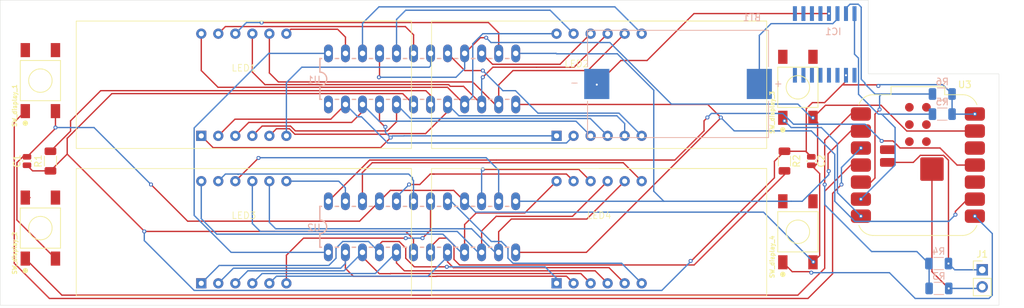
<source format=kicad_pcb>
(kicad_pcb (version 20240108) (generator "pcbnew") (generator_version "8.0")
  (layers (0 "F.Cu" signal) (31 "B.Cu" signal) (34 "B.Paste" user) (35 "F.Paste" user) (36 "B.SilkS" user "B.Silkscreen") (37 "F.SilkS" user "F.Silkscreen") (38 "B.Mask" user) (39 "F.Mask" user) (44 "Edge.Cuts" user))
  (net 0 "")
  (net 1 "VCC")
  (net 2 "GND")
  (net 3 "Net-(U2-ISET)")
  (net 4 "/driver_0_digit_0")
  (net 5 "/driver_0_digit_3")
  (net 6 "/driver_0_seg_a")
  (net 7 "/driver_0_digit_1")
  (net 8 "/driver_0_seg_d")
  (net 9 "/driver_0_seg_e")
  (net 10 "/driver_0_digit_2")
  (net 11 "/driver_0_seg_c")
  (net 12 "/driver_0_seg_dp")
  (net 13 "/driver_0_seg_f")
  (net 14 "/driver_0_seg_g")
  (net 15 "/driver_0_seg_b")
  (net 16 "/driver_0_digit_4")
  (net 17 "/driver_0_digit_5")
  (net 18 "/driver_0_digit_6")
  (net 19 "/driver_0_digit_7")
  (net 20 "/driver_1_seg_d")
  (net 21 "/driver_1_seg_dp")
  (net 22 "/driver_1_digit_3")
  (net 23 "/driver_1_seg_a")
  (net 24 "/driver_1_seg_g")
  (net 25 "/driver_1_digit_2")
  (net 26 "/driver_1_seg_c")
  (net 27 "/driver_1_seg_f")
  (net 28 "/driver_1_seg_b")
  (net 29 "/driver_1_digit_1")
  (net 30 "/driver_1_seg_e")
  (net 31 "/driver_1_digit_0")
  (net 32 "/driver_1_digit_5")
  (net 33 "/driver_1_digit_7")
  (net 34 "/driver_1_digit_6")
  (net 35 "/driver_1_digit_4")
  (net 36 "Net-(U1-ISET)")
  (net 37 "/driver_clock")
  (net 39 "Net-(U1-DIN)")
  (net 40 "/driver_load")
  (net 41 "/driver_input")
  (net 42 "/SW_1")
  (net 44 "Net-(IC1-GND)")
  (net 47 "Net-(IC1-VBAT)")
  (net 53 "/SW_2")
  (net 63 "/SW_3")
  (net 65 "/SW_4")
  (net 66 "/SDL")
  (net 72 "/SDA")
  (net 73 "/Battery_-")
  (net 74 "/Battery_+")
  (net 75 "/Battery_voltage")
  (net 77 "unconnected-(SW_display_2-Pad2)")
  (footprint "footprint_lib:TE_4-1437565-9" (layer "F.Cu") (at 144 111.55 90)
    (property "Reference" "SW_display_4")
    (property "Value" "4-1437565-9")
  )
  (footprint "footprint_lib:SR410561N" (layer "F.Cu") (at 61.35 89.62)
    (property "Reference" "LED1")
    (property "Value" "SR410561N/32")
  )
  (footprint "footprint_lib:SR410561N" (layer "F.Cu") (at 61.35 111.62)
    (property "Reference" "LED3")
    (property "Value" "SR410561N/32")
  )
  (footprint "RF_Module:MCU_Seeed_ESP32C3" (layer "F.Cu") (at 161.9 101.6)
    (property "Reference" "U3")
    (property "Value" "XIAO ESP32C3")
  )
  (footprint "Resistor_SMD:R_1206_3216Metric" (layer "F.Cu") (at 142 101 -90)
    (property "Reference" "R2")
    (property "Value" "9.83k")
  )
  (footprint "footprint_lib:TE_4-1437565-9" (layer "F.Cu") (at 31 111 90)
    (property "Reference" "SW_display_2")
    (property "Value" "4-1437565-9")
  )
  (footprint "footprint_lib:SR410561N" (layer "F.Cu") (at 114.35 89.62)
    (property "Reference" "LED2")
    (property "Value" "SR410561N/32")
  )
  (footprint "Connector_PinHeader_2.54mm:PinHeader_1x02_P2.54mm_Vertical" (layer "F.Cu") (at 171.5 117.225)
    (property "Reference" "J1")
    (property "Value" "Conn_01x02_Pin")
  )
  (footprint "footprint_lib:TE_4-1437565-9" (layer "F.Cu") (at 31 89 90)
    (property "Reference" "SW_display_1")
    (property "Value" "4-1437565-9")
  )
  (footprint "Resistor_SMD:R_1206_3216Metric" (layer "F.Cu") (at 32.5 101 90)
    (property "Reference" "R1")
    (property "Value" "9.83k")
  )
  (footprint "Capacitor_SMD:C_0504_1310Metric_Pad0.83x1.28mm_HandSolder" (layer "F.Cu") (at 29 101 90)
    (property "Reference" "C1")
    (property "Value" "C")
  )
  (footprint "footprint_lib:SR410561N" (layer "F.Cu") (at 114.35 111.62)
    (property "Reference" "LED4")
    (property "Value" "SR410561N/32")
  )
  (footprint "Capacitor_SMD:C_0504_1310Metric_Pad0.83x1.28mm_HandSolder" (layer "F.Cu") (at 146 101 -90)
    (property "Reference" "C2")
    (property "Value" "C")
  )
  (footprint "footprint_lib:TE_4-1437565-9" (layer "F.Cu") (at 144 90 90)
    (property "Reference" "SW_display_3")
    (property "Value" "4-1437565-9")
  )
  (footprint "cr2032 holder:BAT_BAT-HLD-010-SMT-TR" (layer "B.Cu") (at 126.125 89.5 180)
    (property "Reference" "BT1")
    (property "Value" "BAT-HLD-010-SMT-TR")
  )
  (footprint "DS3231:SO16W" (layer "B.Cu") (at 148 83.6 180)
    (property "Reference" "IC1")
    (property "Value" "DS3231")
  )
  (footprint "Resistor_SMD:R_1206_3216Metric" (layer "B.Cu") (at 165.5375 91 180)
    (property "Reference" "R6")
    (property "Value" "10k")
  )
  (footprint "Resistor_SMD:R_1206_3216Metric" (layer "B.Cu") (at 165.0375 120 180)
    (property "Reference" "R3")
    (property "Value" "220k")
  )
  (footprint "footprint_lib:MAX7219" (layer "B.Cu") (at 87.93 110.81)
    (property "Reference" "U2")
    (property "Value" "max7219cng")
  )
  (footprint "Resistor_SMD:R_1206_3216Metric" (layer "B.Cu") (at 165.5375 94 180)
    (property "Reference" "R5")
    (property "Value" "10k")
  )
  (footprint "Resistor_SMD:R_1206_3216Metric" (layer "B.Cu") (at 165 116.29 180)
    (property "Reference" "R4")
    (property "Value" "220k")
  )
  (footprint "footprint_lib:MAX7219" (layer "B.Cu") (at 87.94 88.75)
    (property "Reference" "U1")
    (property "Value" "max7219cng")
  )
  (gr_poly (pts (xy 174 88) (xy 154.5 88) (xy 154.5 77) (xy 25 77) (xy 25 122.5) (xy 174 122.5)) (stroke (width 0.05)) (fill none) (layer "Edge.Cuts"))
  (segment (start 128.5 115.5) (end 128.1 115.9) (width 0.2) (layer "F.Cu") (net 1))
  (segment (start 145.25 99.6225) (end 145.25 93.2) (width 0.2) (layer "F.Cu") (net 1))
  (segment (start 85.0492 90.9392) (end 41.663985 90.9392) (width 0.2) (layer "F.Cu") (net 1))
  (segment (start 146 100.3725) (end 145.165 99.5375) (width 0.2) (layer "F.Cu") (net 1))
  (segment (start 155.832843 89.632843) (end 156 89.8) (width 0.2) (layer "F.Cu") (net 1))
  (segment (start 32.5 102.4625) (end 29.835 102.4625) (width 0.2) (layer "F.Cu") (net 1))
  (segment (start 142 99.5375) (end 140.5 101.0375) (width 0.2) (layer "F.Cu") (net 1))
  (segment (start 128.1 115.9) (end 128 115.9) (width 0.2) (layer "F.Cu") (net 1))
  (segment (start 35 99.9625) (end 32.5 102.4625) (width 0.2) (layer "F.Cu") (net 1))
  (segment (start 147.985686 92.28) (end 150.632843 89.632843) (width 0.2) (layer "F.Cu") (net 1))
  (segment (start 145.165 99.5375) (end 142 99.5375) (width 0.2) (layer "F.Cu") (net 1))
  (segment (start 146 100.3725) (end 145.25 99.6225) (width 0.2) (layer "F.Cu") (net 1))
  (segment (start 140.5 101.0375) (end 140.5 103.5) (width 0.2) (layer "F.Cu") (net 1))
  (segment (start 35.051593 97.551593) (end 35 97.603186) (width 0.2) (layer "F.Cu") (net 1))
  (segment (start 146.17 92.28) (end 147.985686 92.28) (width 0.2) (layer "F.Cu") (net 1))
  (segment (start 150.632843 89.632843) (end 155.832843 89.632843) (width 0.2) (layer "F.Cu") (net 1))
  (segment (start 86.66 112.66) (end 86.66 114.62) (width 0.2) (layer "F.Cu") (net 1))
  (segment (start 35 97.603186) (end 35 99.9625) (width 0.2) (layer "F.Cu") (net 1))
  (segment (start 145.25 93.2) (end 146.17 92.28) (width 0.2) (layer "F.Cu") (net 1))
  (segment (start 150.632843 89.632843) (end 151.175 89.090686) (width 0.2) (layer "F.Cu") (net 1))
  (segment (start 35.665685 96.9375) (end 35.051593 97.551593) (width 0.2) (layer "F.Cu") (net 1))
  (segment (start 41.663985 90.9392) (end 35.665685 96.9375) (width 0.2) (layer "F.Cu") (net 1))
  (segment (start 29.835 102.4625) (end 29 101.6275) (width 0.2) (layer "F.Cu") (net 1))
  (segment (start 46.5375 111.5) (end 85.5 111.5) (width 0.2) (layer "F.Cu") (net 1))
  (segment (start 35 99.9625) (end 46.5375 111.5) (width 0.2) (layer "F.Cu") (net 1))
  (segment (start 85.5 111.5) (end 86.66 112.66) (width 0.2) (layer "F.Cu") (net 1))
  (segment (start 140.5 103.5) (end 128.5 115.5) (width 0.2) (layer "F.Cu") (net 1))
  (segment (start 86.67 92.56) (end 85.0492 90.9392) (width 0.2) (layer "F.Cu") (net 1))
  (segment (start 151.175 89.090686) (end 151.175 88.2) (width 0.2) (layer "F.Cu") (net 1))
  (via (at 46.5 111.5) (size 0.6) (drill 0.3) (layers "F.Cu" "B.Cu") (net 1))
  (via (at 151.175 88.2) (size 0.6) (drill 0.3) (layers "F.Cu" "B.Cu") (net 1))
  (via (at 170.4 93.98) (size 0.6) (drill 0.3) (layers "F.Cu" "B.Cu") (net 1))
  (via (at 156 89.8) (size 0.6) (drill 0.3) (layers "F.Cu" "B.Cu") (net 1))
  (via (at 128 115.9) (size 0.6) (drill 0.3) (layers "F.Cu" "B.Cu") (net 1))
  (segment (start 167 91) (end 167 94) (width 0.2) (layer "B.Cu") (net 1))
  (segment (start 46.5 112.864) (end 46.5 111.5) (width 0.2) (layer "B.Cu") (net 1))
  (segment (start 170.38 94) (end 170.4 93.98) (width 0.2) (layer "B.Cu") (net 1))
  (segment (start 156 89.6) (end 156 89.8) (width 0.2) (layer "B.Cu") (net 1))
  (segment (start 128 116) (end 123.698 120.302) (width 0.2) (layer "B.Cu") (net 1))
  (segment (start 123.698 120.302) (end 53.938 120.302) (width 0.2) (layer "B.Cu") (net 1))
  (segment (start 167 91) (end 165.6 89.6) (width 0.2) (layer "B.Cu") (net 1))
  (segment (start 167 94) (end 170.38 94) (width 0.2) (layer "B.Cu") (net 1))
  (segment (start 165.6 89.6) (end 156 89.6) (width 0.2) (layer "B.Cu") (net 1))
  (segment (start 53.938 120.302) (end 46.5 112.864) (width 0.2) (layer "B.Cu") (net 1))
  (segment (start 128 115.9) (end 128 116) (width 0.2) (layer "B.Cu") (net 1))
  (segment (start 146.94 101.3275) (end 146.64 101.6275) (width 0.2) (layer "F.Cu") (net 2))
  (segment (start 147.25 115.1) (end 146.25 116.1) (width 0.2) (layer "F.Cu") (net 2))
  (segment (start 29 100.3725) (end 28.36 100.3725) (width 0.2) (layer "F.Cu") (net 2))
  (segment (start 96.63 82.6) (end 94.29 84.94) (width 0.2) (layer "F.Cu") (net 2))
  (segment (start 146.25 116.1) (end 146.3 116.05) (width 0.2) (layer "F.Cu") (net 2))
  (segment (start 28.36 100.3725) (end 27.5 101.2325) (width 0.2) (layer "F.Cu") (net 2))
  (segment (start 81.58 107) (end 78.612843 109.967157) (width 0.2) (layer "F.Cu") (net 2))
  (segment (start 33.25 96) (end 33.25 93.55) (width 0.2) (layer "F.Cu") (net 2))
  (segment (start 146.64 101.6275) (end 146 101.6275) (width 0.2) (layer "F.Cu") (net 2))
  (segment (start 146 101.6275) (end 147.25 102.8775) (width 0.2) (layer "F.Cu") (net 2))
  (segment (start 148.12 92.68) (end 156.406497 92.68) (width 0.2) (layer "F.Cu") (net 2))
  (segment (start 81.5 88.5) (end 81.59 88.41) (width 0.2) (layer "F.Cu") (net 2))
  (segment (start 29 100.3725) (end 33.25 96.1225) (width 0.2) (layer "F.Cu") (net 2))
  (segment (start 52.967157 109.967157) (end 47.5 104.5) (width 0.2) (layer "F.Cu") (net 2))
  (segment (start 81.59 88.41) (end 81.59 84.94) (width 0.2) (layer "F.Cu") (net 2))
  (segment (start 33.25 96.1225) (end 33.25 96) (width 0.2) (layer "F.Cu") (net 2))
  (segment (start 146.25 94.55) (end 146.94 95.24) (width 0.2) (layer "F.Cu") (net 2))
  (segment (start 146.25 94.55) (end 148.12 92.68) (width 0.2) (layer "F.Cu") (net 2))
  (segment (start 146.94 95.24) (end 146.94 101.3275) (width 0.2) (layer "F.Cu") (net 2))
  (segment (start 78.612843 109.967157) (end 52.967157 109.967157) (width 0.2) (layer "F.Cu") (net 2))
  (segment (start 81.58 107) (end 83.2008 105.3792) (width 0.2) (layer "F.Cu") (net 2))
  (segment (start 27.5 101.2325) (end 27.5 109.8) (width 0.2) (layer "F.Cu") (net 2))
  (segment (start 160.246497 96.52) (end 170.4 96.52) (width 0.2) (layer "F.Cu") (net 2))
  (segment (start 97.5 82.6) (end 96.63 82.6) (width 0.2) (layer "F.Cu") (net 2))
  (segment (start 27.5 109.8) (end 33.25 115.55) (width 0.2) (layer "F.Cu") (net 2))
  (segment (start 92.6592 105.3792) (end 94.28 107) (width 0.2) (layer "F.Cu") (net 2))
  (segment (start 83.2008 105.3792) (end 92.6592 105.3792) (width 0.2) (layer "F.Cu") (net 2))
  (segment (start 156.406497 92.68) (end 160.246497 96.52) (width 0.2) (layer "F.Cu") (net 2))
  (segment (start 147.25 102.8775) (end 147.25 115.1) (width 0.2) (layer "F.Cu") (net 2))
  (via (at 81.5 88.5) (size 0.6) (drill 0.3) (layers "F.Cu" "B.Cu") (net 2))
  (via (at 146.3 116.05) (size 0.6) (drill 0.3) (layers "F.Cu" "B.Cu") (net 2))
  (via (at 97.5 82.6) (size 0.6) (drill 0.3) (layers "F.Cu" "B.Cu") (net 2))
  (via (at 47.5 104.5) (size 0.6) (drill 0.3) (layers "F.Cu" "B.Cu") (net 2))
  (via (at 146.25 94.55) (size 0.6) (drill 0.3) (layers "F.Cu" "B.Cu") (net 2))
  (via (at 33.25 96) (size 0.6) (drill 0.3) (layers "F.Cu" "B.Cu") (net 2))
  (segment (start 94.28 107) (end 95.9008 108.6208) (width 0.2) (layer "B.Cu") (net 2))
  (segment (start 93 88.5) (end 81.5 88.5) (width 0.2) (layer "B.Cu") (net 2))
  (segment (start 94.29 87.21) (end 93 88.5) (width 0.2) (layer "B.Cu") (net 2))
  (segment (start 146.05 94.55) (end 144 92.5) (width 0.2) (layer "B.Cu") (net 2))
  (segment (start 144 92.5) (end 125.131372 92.5) (width 0.2) (layer "B.Cu") (net 2))
  (segment (start 95.9008 108.6208) (end 138.8708 108.6208) (width 0.2) (layer "B.Cu") (net 2))
  (segment (start 39 96) (end 47.5 104.5) (width 0.2) (layer "B.Cu") (net 2))
  (segment (start 125.131372 92.5) (end 115.950572 83.3192) (width 0.2) (layer "B.Cu") (net 2))
  (segment (start 146.25 94.55) (end 146.05 94.55) (width 0.2) (layer "B.Cu") (net 2))
  (segment (start 33.25 96) (end 39 96) (width 0.2) (layer "B.Cu") (net 2))
  (segment (start 98.2192 83.3192) (end 97.5 82.6) (width 0.2) (layer "B.Cu") (net 2))
  (segment (start 115.950572 83.3192) (end 98.2192 83.3192) (width 0.2) (layer "B.Cu") (net 2))
  (segment (start 94.29 84.94) (end 94.29 87.21) (width 0.2) (layer "B.Cu") (net 2))
  (segment (start 138.8708 108.6208) (end 146.3 116.05) (width 0.2) (layer "B.Cu") (net 2))
  (segment (start 92.7004 113.561789) (end 91.638611 112.5) (width 0.2) (layer "F.Cu") (net 3))
  (segment (start 91.638611 112.5) (end 90.5 112.5) (width 0.2) (layer "F.Cu") (net 3))
  (segment (start 128.525 116.5) (end 93.522189 116.5) (width 0.2) (layer "F.Cu") (net 3))
  (segment (start 93.522189 116.5) (end 92.7004 115.678211) (width 0.2) (layer "F.Cu") (net 3))
  (segment (start 89.2 113.8) (end 89.2 114.62) (width 0.2) (layer "F.Cu") (net 3))
  (segment (start 142 102.4625) (end 142 103.025) (width 0.2) (layer "F.Cu") (net 3))
  (segment (start 90.5 112.5) (end 89.2 113.8) (width 0.2) (layer "F.Cu") (net 3))
  (segment (start 92.7004 115.678211) (end 92.7004 113.561789) (width 0.2) (layer "F.Cu") (net 3))
  (segment (start 142 103.025) (end 128.525 116.5) (width 0.2) (layer "F.Cu") (net 3))
  (segment (start 68.362 81.338) (end 75.338 81.338) (width 0.2) (layer "F.Cu") (net 4))
  (segment (start 67.7 82) (end 68.362 81.338) (width 0.2) (layer "F.Cu") (net 4))
  (segment (start 75.338 81.338) (end 76.51 82.51) (width 0.2) (layer "F.Cu") (net 4))
  (segment (start 76.51 82.51) (end 76.51 84.94) (width 0.2) (layer "F.Cu") (net 4))
  (segment (start 89 87) (end 70 87) (width 0.2) (layer "B.Cu") (net 5))
  (segment (start 70 87) (end 67.7 89.3) (width 0.2) (layer "B.Cu") (net 5))
  (segment (start 89.21 84.94) (end 89.21 86.79) (width 0.2) (layer "B.Cu") (net 5))
  (segment (start 89.21 86.79) (end 89 87) (width 0.2) (layer "B.Cu") (net 5))
  (segment (start 67.7 89.3) (end 67.7 97.24) (width 0.2) (layer "B.Cu") (net 5))
  (segment (start 66.5 89.2) (end 95.488611 89.2) (width 0.2) (layer "F.Cu") (net 6))
  (segment (start 98.848611 92.56) (end 99.37 92.56) (width 0.2) (layer "F.Cu") (net 6))
  (segment (start 95.488611 89.2) (end 98.848611 92.56) (width 0.2) (layer "F.Cu") (net 6))
  (segment (start 99.37 89.63) (end 101.5 87.5) (width 0.2) (layer "F.Cu") (net 6))
  (segment (start 112.66 87.5) (end 118.16 82) (width 0.2) (layer "F.Cu") (net 6))
  (segment (start 101.5 87.5) (end 112.66 87.5) (width 0.2) (layer "F.Cu") (net 6))
  (segment (start 65.16 82) (end 65.16 87.86) (width 0.2) (layer "F.Cu") (net 6))
  (segment (start 65.16 87.86) (end 66.5 89.2) (width 0.2) (layer "F.Cu") (net 6))
  (segment (start 99.37 92.56) (end 99.37 89.63) (width 0.2) (layer "F.Cu") (net 6))
  (segment (start 99.37 81.87) (end 99.37 84.94) (width 0.2) (layer "F.Cu") (net 7))
  (segment (start 64 80.338) (end 97.838 80.338) (width 0.2) (layer "F.Cu") (net 7))
  (segment (start 97.838 80.338) (end 99.37 81.87) (width 0.2) (layer "F.Cu") (net 7))
  (via (at 64 80.338) (size 0.6) (drill 0.3) (layers "F.Cu" "B.Cu") (net 7))
  (segment (start 61.742 80.338) (end 64 80.338) (width 0.2) (layer "B.Cu") (net 7))
  (segment (start 60.08 82) (end 61.54 80.54) (width 0.2) (layer "B.Cu") (net 7))
  (segment (start 61.54 80.54) (end 61.742 80.338) (width 0.2) (layer "B.Cu") (net 7))
  (segment (start 74.32 94.75) (end 76.51 92.56) (width 0.2) (layer "F.Cu") (net 8))
  (segment (start 57.54 97.24) (end 60.03 94.75) (width 0.2) (layer "F.Cu") (net 8))
  (segment (start 60.03 94.75) (end 74.32 94.75) (width 0.2) (layer "F.Cu") (net 8))
  (segment (start 78.35 94.4) (end 78.9 94.4) (width 0.2) (layer "B.Cu") (net 8))
  (segment (start 109.478 98.302) (end 110.54 97.24) (width 0.2) (layer "B.Cu") (net 8))
  (segment (start 82.802 98.302) (end 109.478 98.302) (width 0.2) (layer "B.Cu") (net 8))
  (segment (start 78.9 94.4) (end 82.802 98.302) (width 0.2) (layer "B.Cu") (net 8))
  (segment (start 76.51 92.56) (end 78.35 94.4) (width 0.2) (layer "B.Cu") (net 8))
  (segment (start 56.76 99) (end 55 97.24) (width 0.2) (layer "F.Cu") (net 9))
  (segment (start 83.25 97.5) (end 81.75 99) (width 0.2) (layer "F.Cu") (net 9))
  (segment (start 81.59 95.09) (end 82.464735 95.964735) (width 0.2) (layer "F.Cu") (net 9))
  (segment (start 81.75 99) (end 56.76 99) (width 0.2) (layer "F.Cu") (net 9))
  (segment (start 81.59 92.56) (end 81.59 95.09) (width 0.2) (layer "F.Cu") (net 9))
  (segment (start 82.464735 95.964735) (end 82.464735 95.9) (width 0.2) (layer "F.Cu") (net 9))
  (via (at 83.25 97.5) (size 0.6) (drill 0.3) (layers "F.Cu" "B.Cu") (net 9))
  (via (at 82.464735 95.9) (size 0.6) (drill 0.3) (layers "F.Cu" "B.Cu") (net 9))
  (segment (start 85.26 97.24) (end 85.25 97.25) (width 0.2) (layer "B.Cu") (net 9))
  (segment (start 108 97.24) (end 85.26 97.24) (width 0.2) (layer "B.Cu") (net 9))
  (segment (start 82.464735 96.714735) (end 83.25 97.5) (width 0.2) (layer "B.Cu") (net 9))
  (segment (start 83.5 97.25) (end 83.25 97.5) (width 0.2) (layer "B.Cu") (net 9))
  (segment (start 82.464735 95.9) (end 82.464735 96.714735) (width 0.2) (layer "B.Cu") (net 9))
  (segment (start 85.25 97.25) (end 83.5 97.25) (width 0.2) (layer "B.Cu") (net 9))
  (segment (start 86.67 82.17) (end 86.67 84.94) (width 0.2) (layer "F.Cu") (net 10))
  (segment (start 58.602 80.938) (end 85.438 80.938) (width 0.2) (layer "F.Cu") (net 10))
  (segment (start 85.438 80.938) (end 86.67 82.17) (width 0.2) (layer "F.Cu") (net 10))
  (segment (start 57.54 82) (end 58.602 80.938) (width 0.2) (layer "F.Cu") (net 10))
  (segment (start 69.027581 96.5) (end 68.305581 95.778) (width 0.2) (layer "F.Cu") (net 11))
  (segment (start 64.082 95.778) (end 62.62 97.24) (width 0.2) (layer "F.Cu") (net 11))
  (segment (start 68.305581 95.778) (end 64.082 95.778) (width 0.2) (layer "F.Cu") (net 11))
  (segment (start 84.13 95.148) (end 82.778 96.5) (width 0.2) (layer "F.Cu") (net 11))
  (segment (start 84.13 92.56) (end 84.13 95.148) (width 0.2) (layer "F.Cu") (net 11))
  (segment (start 82.778 96.5) (end 69.027581 96.5) (width 0.2) (layer "F.Cu") (net 11))
  (segment (start 113.03 94.65) (end 86.22 94.65) (width 0.2) (layer "B.Cu") (net 11))
  (segment (start 115.62 97.24) (end 113.03 94.65) (width 0.2) (layer "B.Cu") (net 11))
  (segment (start 86.22 94.65) (end 84.13 92.56) (width 0.2) (layer "B.Cu") (net 11))
  (segment (start 60.08 97.24) (end 62.0792 95.2408) (width 0.2) (layer "F.Cu") (net 12))
  (segment (start 79.05 92.56) (end 79.05 93.62) (width 0.2) (layer "F.Cu") (net 12))
  (segment (start 62.0792 95.2408) (end 77.4292 95.2408) (width 0.2) (layer "F.Cu") (net 12))
  (segment (start 77.4292 95.2408) (end 79.05 93.62) (width 0.2) (layer "F.Cu") (net 12))
  (segment (start 113.08 97.24) (end 110.89 95.05) (width 0.2) (layer "B.Cu") (net 12))
  (segment (start 81.54 95.05) (end 79.05 92.56) (width 0.2) (layer "B.Cu") (net 12))
  (segment (start 110.89 95.05) (end 81.54 95.05) (width 0.2) (layer "B.Cu") (net 12))
  (segment (start 96.83 92.56) (end 94.122157 89.852157) (width 0.2) (layer "F.Cu") (net 13))
  (segment (start 115.62 82) (end 110.62 87) (width 0.2) (layer "F.Cu") (net 13))
  (segment (start 105 87) (end 98.5 87) (width 0.2) (layer "F.Cu") (net 13))
  (segment (start 64.5 89.6) (end 62.62 87.72) (width 0.2) (layer "F.Cu") (net 13))
  (segment (start 110.62 87) (end 105 87) (width 0.2) (layer "F.Cu") (net 13))
  (segment (start 62.62 87.72) (end 62.62 82) (width 0.2) (layer "F.Cu") (net 13))
  (segment (start 91.895686 89.6) (end 64.5 89.6) (width 0.2) (layer "F.Cu") (net 13))
  (segment (start 92.147843 89.852157) (end 91.895686 89.6) (width 0.2) (layer "F.Cu") (net 13))
  (segment (start 98.5 87) (end 97 88.5) (width 0.2) (layer "F.Cu") (net 13))
  (segment (start 94.122157 89.852157) (end 92.147843 89.852157) (width 0.2) (layer "F.Cu") (net 13))
  (via (at 97 88.5) (size 0.6) (drill 0.3) (layers "F.Cu" "B.Cu") (net 13))
  (segment (start 97 88.5) (end 96.83 88.67) (width 0.2) (layer "B.Cu") (net 13))
  (segment (start 96.83 88.67) (end 96.83 92.56) (width 0.2) (layer "B.Cu") (net 13))
  (segment (start 68.961895 97) (end 82.901471 97) (width 0.2) (layer "F.Cu") (net 14))
  (segment (start 66.222 96.178) (end 68.139895 96.178) (width 0.2) (layer "F.Cu") (net 14))
  (segment (start 65.16 97.24) (end 66.222 96.178) (width 0.2) (layer "F.Cu") (net 14))
  (segment (start 83.001471 96.9) (end 88.47 96.9) (width 0.2) (layer "F.Cu") (net 14))
  (segment (start 82.901471 97) (end 83.001471 96.9) (width 0.2) (layer "F.Cu") (net 14))
  (segment (start 88.47 96.9) (end 91.75 93.62) (width 0.2) (layer "F.Cu") (net 14))
  (segment (start 68.139895 96.178) (end 68.961895 97) (width 0.2) (layer "F.Cu") (net 14))
  (segment (start 117 94.25) (end 93.44 94.25) (width 0.2) (layer "B.Cu") (net 14))
  (segment (start 93.44 94.25) (end 91.75 92.56) (width 0.2) (layer "B.Cu") (net 14))
  (segment (start 118.16 95.41) (end 117 94.25) (width 0.2) (layer "B.Cu") (net 14))
  (segment (start 118.16 97.24) (end 118.16 95.41) (width 0.2) (layer "B.Cu") (net 14))
  (segment (start 55 82) (end 55 87.5) (width 0.2) (layer "F.Cu") (net 15))
  (segment (start 55 87.5) (end 57.5 90) (width 0.2) (layer "F.Cu") (net 15))
  (segment (start 57.5 90) (end 91.73 90) (width 0.2) (layer "F.Cu") (net 15))
  (segment (start 91.73 90) (end 94.29 92.56) (width 0.2) (layer "F.Cu") (net 15))
  (segment (start 97 82) (end 108 82) (width 0.2) (layer "B.Cu") (net 15))
  (segment (start 94.29 92.56) (end 95.5 91.35) (width 0.2) (layer "B.Cu") (net 15))
  (segment (start 95.5 91.35) (end 95.5 83.5) (width 0.2) (layer "B.Cu") (net 15))
  (segment (start 95.5 83.5) (end 97 82) (width 0.2) (layer "B.Cu") (net 15))
  (segment (start 116.7 78) (end 120.7 82) (width 0.2) (layer "B.Cu") (net 16))
  (segment (start 81.5 78) (end 116.7 78) (width 0.2) (layer "B.Cu") (net 16))
  (segment (start 79.05 84.94) (end 79.05 80.45) (width 0.2) (layer "B.Cu") (net 16))
  (segment (start 79.05 80.45) (end 81.5 78) (width 0.2) (layer "B.Cu") (net 16))
  (segment (start 113.08 82) (end 108.5192 86.5608) (width 0.2) (layer "F.Cu") (net 17))
  (segment (start 108.5192 86.5608) (end 98.4508 86.5608) (width 0.2) (layer "F.Cu") (net 17))
  (segment (start 98.4508 86.5608) (end 96.83 84.94) (width 0.2) (layer "F.Cu") (net 17))
  (segment (start 85.5 78.5) (end 84.13 79.87) (width 0.2) (layer "B.Cu") (net 18))
  (segment (start 84.13 79.87) (end 84.13 84.94) (width 0.2) (layer "B.Cu") (net 18))
  (segment (start 107.04 78.5) (end 85.5 78.5) (width 0.2) (layer "B.Cu") (net 18))
  (segment (start 110.54 82) (end 107.04 78.5) (width 0.2) (layer "B.Cu") (net 18))
  (segment (start 91.75 84.94) (end 94.31 87.5) (width 0.2) (layer "F.Cu") (net 19))
  (segment (start 94.31 87.5) (end 97 87.5) (width 0.2) (layer "F.Cu") (net 19))
  (via (at 97 87.5) (size 0.6) (drill 0.3) (layers "F.Cu" "B.Cu") (net 19))
  (segment (start 100 90.5) (end 101.868611 90.5) (width 0.2) (layer "B.Cu") (net 19))
  (segment (start 101.868611 90.5) (end 105.218611 93.85) (width 0.2) (layer "B.Cu") (net 19))
  (segment (start 97 87.5) (end 100 90.5) (width 0.2) (layer "B.Cu") (net 19))
  (segment (start 105.218611 93.85) (end 117.31 93.85) (width 0.2) (layer "B.Cu") (net 19))
  (segment (start 117.31 93.85) (end 120.7 97.24) (width 0.2) (layer "B.Cu") (net 19))
  (segment (start 77.7 118.2) (end 76.5 117) (width 0.2) (layer "F.Cu") (net 20))
  (segment (start 76.5 117) (end 76.5 114.62) (width 0.2) (layer "F.Cu") (net 20))
  (segment (start 110.54 119.24) (end 109.478 118.178) (width 0.2) (layer "F.Cu") (net 20))
  (segment (start 90.122 118.178) (end 90.1 118.2) (width 0.2) (layer "F.Cu") (net 20))
  (segment (start 90.1 118.2) (end 77.7 118.2) (width 0.2) (layer "F.Cu") (net 20))
  (segment (start 109.478 118.178) (end 90.122 118.178) (width 0.2) (layer "F.Cu") (net 20))
  (segment (start 75.8 116.978) (end 59.802 116.978) (width 0.2) (layer "B.Cu") (net 20))
  (segment (start 59.802 116.978) (end 57.54 119.24) (width 0.2) (layer "B.Cu") (net 20))
  (segment (start 76.5 114.62) (end 76.5 116.278) (width 0.2) (layer "B.Cu") (net 20))
  (segment (start 76.5 116.278) (end 75.8 116.978) (width 0.2) (layer "B.Cu") (net 20))
  (segment (start 79.04 114.62) (end 79.04 115.2804) (width 0.2) (layer "F.Cu") (net 21))
  (segment (start 111.618 117.778) (end 113.08 119.24) (width 0.2) (layer "F.Cu") (net 21))
  (segment (start 81.5596 117.8) (end 83.2 117.8) (width 0.2) (layer "F.Cu") (net 21))
  (segment (start 79.04 115.2804) (end 81.5596 117.8) (width 0.2) (layer "F.Cu") (net 21))
  (segment (start 83.2 117.8) (end 83.222 117.778) (width 0.2) (layer "F.Cu") (net 21))
  (segment (start 83.222 117.778) (end 111.618 117.778) (width 0.2) (layer "F.Cu") (net 21))
  (segment (start 60.08 119.24) (end 61.942 117.378) (width 0.2) (layer "B.Cu") (net 21))
  (segment (start 76.3 117.378) (end 79.04 114.638) (width 0.2) (layer "B.Cu") (net 21))
  (segment (start 61.942 117.378) (end 76.3 117.378) (width 0.2) (layer "B.Cu") (net 21))
  (segment (start 79.04 114.638) (end 79.04 114.62) (width 0.2) (layer "B.Cu") (net 21))
  (segment (start 88 112.5) (end 89.2 111.3) (width 0.2) (layer "F.Cu") (net 22))
  (segment (start 67.7 119.24) (end 67.7 115.05) (width 0.2) (layer "F.Cu") (net 22))
  (segment (start 69.625 113.125) (end 70.25 112.5) (width 0.2) (layer "F.Cu") (net 22))
  (segment (start 67.7 115.05) (end 69.625 113.125) (width 0.2) (layer "F.Cu") (net 22))
  (segment (start 70.25 112.5) (end 85.5 112.5) (width 0.2) (layer "F.Cu") (net 22))
  (segment (start 89.2 111.3) (end 89.2 107) (width 0.2) (layer "F.Cu") (net 22))
  (via (at 88 112.5) (size 0.6) (drill 0.3) (layers "F.Cu" "B.Cu") (net 22))
  (via (at 85.5 112.5) (size 0.6) (drill 0.3) (layers "F.Cu" "B.Cu") (net 22))
  (segment (start 85.5 112.5) (end 88 112.5) (width 0.2) (layer "B.Cu") (net 22))
  (segment (start 101.25 109.65) (end 99.36 111.54) (width 0.2) (layer "F.Cu") (net 23))
  (segment (start 99.36 111.54) (end 99.36 114.62) (width 0.2) (layer "F.Cu") (net 23))
  (segment (start 112.51 109.65) (end 101.25 109.65) (width 0.2) (layer "F.Cu") (net 23))
  (segment (start 118.16 104) (end 112.51 109.65) (width 0.2) (layer "F.Cu") (net 23))
  (segment (start 98.838611 114.62) (end 99.36 114.62) (width 0.2) (layer "B.Cu") (net 23))
  (segment (start 65.16 110.16) (end 66.1 111.1) (width 0.2) (layer "B.Cu") (net 23))
  (segment (start 65.16 104) (end 65.16 110.16) (width 0.2) (layer "B.Cu") (net 23))
  (segment (start 95.318611 111.1) (end 98.838611 114.62) (width 0.2) (layer "B.Cu") (net 23))
  (segment (start 66.1 111.1) (end 95.318611 111.1) (width 0.2) (layer "B.Cu") (net 23))
  (segment (start 115.82 116.9) (end 92.6 116.9) (width 0.2) (layer "F.Cu") (net 24))
  (segment (start 92.6 116.9) (end 91.74 116.04) (width 0.2) (layer "F.Cu") (net 24))
  (segment (start 91.74 116.04) (end 91.74 114.62) (width 0.2) (layer "F.Cu") (net 24))
  (segment (start 118.16 119.24) (end 115.82 116.9) (width 0.2) (layer "F.Cu") (net 24))
  (segment (start 88.778 118.178) (end 88.8 118.2) (width 0.2) (layer "B.Cu") (net 24))
  (segment (start 66.222 118.178) (end 88.778 118.178) (width 0.2) (layer "B.Cu") (net 24))
  (segment (start 88.8 118.2) (end 91.74 115.26) (width 0.2) (layer "B.Cu") (net 24))
  (segment (start 91.74 115.26) (end 91.74 114.62) (width 0.2) (layer "B.Cu") (net 24))
  (segment (start 65.16 119.24) (end 66.222 118.178) (width 0.2) (layer "B.Cu") (net 24))
  (segment (start 86.66 103.91) (end 86.66 107) (width 0.2) (layer "B.Cu") (net 25))
  (segment (start 86.5 103.75) (end 86.66 103.91) (width 0.2) (layer "B.Cu") (net 25))
  (segment (start 60.562 102.938) (end 85.938 102.938) (width 0.2) (layer "B.Cu") (net 25))
  (segment (start 58.602 102.938) (end 60.438 102.938) (width 0.2) (layer "B.Cu") (net 25))
  (segment (start 57.54 104) (end 58.602 102.938) (width 0.2) (layer "B.Cu") (net 25))
  (segment (start 85.938 102.938) (end 86.5 103.5) (width 0.2) (layer "B.Cu") (net 25))
  (segment (start 60.438 102.938) (end 60.5 103) (width 0.2) (layer "B.Cu") (net 25))
  (segment (start 86.5 103.5) (end 86.5 103.75) (width 0.2) (layer "B.Cu") (net 25))
  (segment (start 60.5 103) (end 60.562 102.938) (width 0.2) (layer "B.Cu") (net 25))
  (segment (start 85.3 117.378) (end 84.12 116.198) (width 0.2) (layer "F.Cu") (net 26))
  (segment (start 115.62 119.24) (end 113.758 117.378) (width 0.2) (layer "F.Cu") (net 26))
  (segment (start 113.758 117.378) (end 85.3 117.378) (width 0.2) (layer "F.Cu") (net 26))
  (segment (start 84.12 116.198) (end 84.12 114.62) (width 0.2) (layer "F.Cu") (net 26))
  (segment (start 80.962 117.778) (end 64.082 117.778) (width 0.2) (layer "B.Cu") (net 26))
  (segment (start 84.12 114.62) (end 80.962 117.778) (width 0.2) (layer "B.Cu") (net 26))
  (segment (start 64.082 117.778) (end 62.62 119.24) (width 0.2) (layer "B.Cu") (net 26))
  (segment (start 99 109.25) (end 96.82 111.43) (width 0.2) (layer "F.Cu") (net 27))
  (segment (start 110.37 109.25) (end 99 109.25) (width 0.2) (layer "F.Cu") (net 27))
  (segment (start 115.62 104) (end 110.37 109.25) (width 0.2) (layer "F.Cu") (net 27))
  (segment (start 96.82 111.43) (end 96.82 114.62) (width 0.2) (layer "F.Cu") (net 27))
  (segment (start 63.8 111.5) (end 93.178611 111.5) (width 0.2) (layer "B.Cu") (net 27))
  (segment (start 96.298611 114.62) (end 96.82 114.62) (width 0.2) (layer "B.Cu") (net 27))
  (segment (start 62.62 110.32) (end 63.8 111.5) (width 0.2) (layer "B.Cu") (net 27))
  (segment (start 62.62 104) (end 62.62 110.32) (width 0.2) (layer "B.Cu") (net 27))
  (segment (start 93.178611 111.5) (end 96.298611 114.62) (width 0.2) (layer "B.Cu") (net 27))
  (segment (start 94.28 110.47) (end 94.28 114.62) (width 0.2) (layer "F.Cu") (net 28))
  (segment (start 96 108.75) (end 94.28 110.47) (width 0.2) (layer "F.Cu") (net 28))
  (segment (start 108 104) (end 103.25 108.75) (width 0.2) (layer "F.Cu") (net 28))
  (segment (start 103.25 108.75) (end 96 108.75) (width 0.2) (layer "F.Cu") (net 28))
  (segment (start 93.758611 114.62) (end 94.28 114.62) (width 0.2) (layer "B.Cu") (net 28))
  (segment (start 57.3 111.9) (end 91.038611 111.9) (width 0.2) (layer "B.Cu") (net 28))
  (segment (start 91.038611 111.9) (end 93.758611 114.62) (width 0.2) (layer "B.Cu") (net 28))
  (segment (start 55 109.6) (end 57.3 111.9) (width 0.2) (layer "B.Cu") (net 28))
  (segment (start 55 104) (end 55 109.6) (width 0.2) (layer "B.Cu") (net 28))
  (segment (start 60.08 104) (end 63.54 100.54) (width 0.2) (layer "F.Cu") (net 29))
  (segment (start 63.54 100.54) (end 63.58 100.5) (width 0.2) (layer "F.Cu") (net 29))
  (via (at 63.54 100.54) (size 0.6) (drill 0.3) (layers "F.Cu" "B.Cu") (net 29))
  (segment (start 97.5 100.5) (end 63.58 100.5) (width 0.2) (layer "B.Cu") (net 29))
  (segment (start 99.36 102.36) (end 99.36 107) (width 0.2) (layer "B.Cu") (net 29))
  (segment (start 63.58 100.5) (end 63.54 100.54) (width 0.2) (layer "B.Cu") (net 29))
  (segment (start 97.5 100.5) (end 99.36 102.36) (width 0.2) (layer "B.Cu") (net 29))
  (segment (start 86.778 116.778) (end 91.629473 116.778) (width 0.2) (layer "F.Cu") (net 30))
  (segment (start 85.5 115.5) (end 86.778 116.778) (width 0.2) (layer "F.Cu") (net 30))
  (segment (start 81.58 114.62) (end 81.5 114.54) (width 0.2) (layer "F.Cu") (net 30))
  (segment (start 82.0008 112.9992) (end 84.517811 112.9992) (width 0.2) (layer "F.Cu") (net 30))
  (segment (start 85.5 113.981389) (end 85.5 115) (width 0.2) (layer "F.Cu") (net 30))
  (segment (start 84.517811 112.9992) (end 85.5 113.981389) (width 0.2) (layer "F.Cu") (net 30))
  (segment (start 85.5 115) (end 85.5 115.5) (width 0.2) (layer "F.Cu") (net 30))
  (segment (start 81.5 114.54) (end 81.5 113.5) (width 0.2) (layer "F.Cu") (net 30))
  (segment (start 81.5 113.5) (end 82.0008 112.9992) (width 0.2) (layer "F.Cu") (net 30))
  (via (at 91.629473 116.778) (size 0.6) (drill 0.3) (layers "F.Cu" "B.Cu") (net 30))
  (segment (start 91.629473 116.778) (end 106.278 116.778) (width 0.2) (layer "B.Cu") (net 30))
  (segment (start 74.020611 116.578) (end 57.662 116.578) (width 0.2) (layer "B.Cu") (net 30))
  (segment (start 75.1 114) (end 75.1 115.498611) (width 0.2) (layer "B.Cu") (net 30))
  (segment (start 108 118.5) (end 108 119.24) (width 0.2) (layer "B.Cu") (net 30))
  (segment (start 79.9592 112.9992) (end 76.1008 112.9992) (width 0.2) (layer "B.Cu") (net 30))
  (segment (start 106.278 116.778) (end 108 118.5) (width 0.2) (layer "B.Cu") (net 30))
  (segment (start 57.662 116.578) (end 55 119.24) (width 0.2) (layer "B.Cu") (net 30))
  (segment (start 75.1 115.498611) (end 74.020611 116.578) (width 0.2) (layer "B.Cu") (net 30))
  (segment (start 81.58 114.62) (end 79.9592 112.9992) (width 0.2) (layer "B.Cu") (net 30))
  (segment (start 76.1008 112.9992) (end 75.1 114) (width 0.2) (layer "B.Cu") (net 30))
  (segment (start 76.5 105) (end 76.5 107) (width 0.2) (layer "B.Cu") (net 31))
  (segment (start 67.7 104) (end 75.5 104) (width 0.2) (layer "B.Cu") (net 31))
  (segment (start 75.5 104) (end 76.5 105) (width 0.2) (layer "B.Cu") (net 31))
  (segment (start 113.08 104) (end 112.018 102.938) (width 0.2) (layer "F.Cu") (net 32))
  (segment (start 112.018 102.938) (end 111.33 102.25) (width 0.2) (layer "F.Cu") (net 32))
  (segment (start 111.33 102.25) (end 97 102.25) (width 0.2) (layer "F.Cu") (net 32))
  (via (at 97 102.25) (size 0.6) (drill 0.3) (layers "F.Cu" "B.Cu") (net 32))
  (segment (start 96.82 102.43) (end 96.82 107) (width 0.2) (layer "B.Cu") (net 32))
  (segment (start 97 102.25) (end 96.82 102.43) (width 0.2) (layer "B.Cu") (net 32))
  (segment (start 98.7508 112.9992) (end 99.757811 112.9992) (width 0.2) (layer "B.Cu") (net 33))
  (segment (start 98.261389 113) (end 98.75 113) (width 0.2) (layer "B.Cu") (net 33))
  (segment (start 98.75 113) (end 98.7508 112.9992) (width 0.2) (layer "B.Cu") (net 33))
  (segment (start 100.75 113.991389) (end 100.75 115.488611) (width 0.2) (layer "B.Cu") (net 33))
  (segment (start 99.757811 112.9992) (end 100.75 113.991389) (width 0.2) (layer "B.Cu") (net 33))
  (segment (start 92.261389 107) (end 98.261389 113) (width 0.2) (layer "B.Cu") (net 33))
  (segment (start 100.75 115.488611) (end 101.511389 116.25) (width 0.2) (layer "B.Cu") (net 33))
  (segment (start 101.511389 116.25) (end 117.71 116.25) (width 0.2) (layer "B.Cu") (net 33))
  (segment (start 91.74 107) (end 92.261389 107) (width 0.2) (layer "B.Cu") (net 33))
  (segment (start 117.71 116.25) (end 120.7 119.24) (width 0.2) (layer "B.Cu") (net 33))
  (segment (start 110.54 104) (end 109.478 102.938) (width 0.2) (layer "F.Cu") (net 34))
  (segment (start 87.59853 104.5) (end 86 104.5) (width 0.2) (layer "F.Cu") (net 34))
  (segment (start 89.75 102.938) (end 89.312 102.938) (width 0.2) (layer "F.Cu") (net 34))
  (segment (start 109.478 102.938) (end 89.75 102.938) (width 0.2) (layer "F.Cu") (net 34))
  (segment (start 89.75 102.938) (end 89.160529 102.938) (width 0.2) (layer "F.Cu") (net 34))
  (segment (start 89.160529 102.938) (end 89.160529 102.938001) (width 0.2) (layer "F.Cu") (net 34))
  (segment (start 89.160529 102.938001) (end 87.59853 104.5) (width 0.2) (layer "F.Cu") (net 34))
  (via (at 86 104.5) (size 0.6) (drill 0.3) (layers "F.Cu" "B.Cu") (net 34))
  (segment (start 86 104.5) (end 84.12 106.38) (width 0.2) (layer "B.Cu") (net 34))
  (segment (start 84.12 106.38) (end 84.12 107) (width 0.2) (layer "B.Cu") (net 34))
  (segment (start 79 102.75) (end 80.5 101.25) (width 0.2) (layer "F.Cu") (net 35))
  (segment (start 79.04 102.79) (end 79 102.75) (width 0.2) (layer "F.Cu") (net 35))
  (segment (start 117.95 101.25) (end 120.7 104) (width 0.2) (layer "F.Cu") (net 35))
  (segment (start 80.5 101.25) (end 117.95 101.25) (width 0.2) (layer "F.Cu") (net 35))
  (segment (start 79.04 107) (end 79.04 102.79) (width 0.2) (layer "F.Cu") (net 35))
  (segment (start 88.5 90.5) (end 40 90.5) (width 0.2) (layer "F.Cu") (net 36))
  (segment (start 89.21 92.56) (end 89.21 91.21) (width 0.2) (layer "F.Cu") (net 36))
  (segment (start 35.5 96.5375) (end 32.5 99.5375) (width 0.2) (layer "F.Cu") (net 36))
  (segment (start 40 90.5) (end 35.5 95) (width 0.2) (layer "F.Cu") (net 36))
  (segment (start 35.5 95) (end 35.5 96.5375) (width 0.2) (layer "F.Cu") (net 36))
  (segment (start 89.21 91.21) (end 88.5 90.5) (width 0.2) (layer "F.Cu") (net 36))
  (segment (start 169.32 106.68) (end 167.5 108.5) (width 0.2) (layer "F.Cu") (net 37))
  (segment (start 101.9 114.62) (end 112.445686 114.62) (width 0.2) (layer "F.Cu") (net 37))
  (segment (start 170.4 106.68) (end 169.32 106.68) (width 0.2) (layer "F.Cu") (net 37))
  (segment (start 167.5 108.5) (end 167.5 109) (width 0.2) (layer "F.Cu") (net 37))
  (segment (start 101.91 92.56) (end 130.56 92.56) (width 0.2) (layer "F.Cu") (net 37))
  (segment (start 132.5 94.565686) (end 132.5 94.5) (width 0.2) (layer "F.Cu") (net 37))
  (segment (start 130.56 92.56) (end 132.5 94.5) (width 0.2) (layer "F.Cu") (net 37))
  (segment (start 112.445686 114.62) (end 132.5 94.565686) (width 0.2) (layer "F.Cu") (net 37))
  (via (at 132.5 94.5) (size 0.6) (drill 0.3) (layers "F.Cu" "B.Cu") (net 37))
  (via (at 167.5 109) (size 0.6) (drill 0.3) (layers "F.Cu" "B.Cu") (net 37))
  (segment (start 146 96.5) (end 149.5 100) (width 0.2) (layer "B.Cu") (net 37))
  (segment (start 134.5 96.5) (end 132.5 94.5) (width 0.2) (layer "B.Cu") (net 37))
  (segment (start 149.5 100) (end 149.5 107) (width 0.2) (layer "B.Cu") (net 37))
  (segment (start 149.5 107) (end 152.5 110) (width 0.2) (layer "B.Cu") (net 37))
  (segment (start 146 96.5) (end 134.5 96.5) (width 0.2) (layer "B.Cu") (net 37))
  (segment (start 152.5 110) (end 166.5 110) (width 0.2) (layer "B.Cu") (net 37))
  (segment (start 166.5 110) (end 167.5 109) (width 0.2) (layer "B.Cu") (net 37))
  (segment (start 59.454314 114.62) (end 53.938 109.103686) (width 0.2) (layer "B.Cu") (net 39))
  (segment (start 65.06 84.94) (end 73.97 84.94) (width 0.2) (layer "B.Cu") (net 39))
  (segment (start 53.938 96.062) (end 65.06 84.94) (width 0.2) (layer "B.Cu") (net 39))
  (segment (start 73.96 114.62) (end 59.454314 114.62) (width 0.2) (layer "B.Cu") (net 39))
  (segment (start 53.938 109.103686) (end 53.938 96.062) (width 0.2) (layer "B.Cu") (net 39))
  (segment (start 151.9 96.52) (end 148.5 99.92) (width 0.2) (layer "F.Cu") (net 40))
  (segment (start 148.5 99.92) (end 148.5 102.5) (width 0.2) (layer "F.Cu") (net 40))
  (segment (start 153.4 96.52) (end 151.9 96.52) (width 0.2) (layer "F.Cu") (net 40))
  (segment (start 148.5 102.5) (end 148.6 102.5) (width 0.2) (layer "F.Cu") (net 40))
  (via (at 148.6 102.5) (size 0.6) (drill 0.3) (layers "F.Cu" "B.Cu") (net 40))
  (segment (start 148.6 102.5) (end 148.6 103.051471) (width 0.2) (layer "B.Cu") (net 40))
  (segment (start 122.5 90.434314) (end 122.5 105.5) (width 0.2) (layer "B.Cu") (net 40))
  (segment (start 144.651471 107) (end 143 107) (width 0.2) (layer "B.Cu") (net 40))
  (segment (start 148.6 103.051471) (end 144.651471 107) (width 0.2) (layer "B.Cu") (net 40))
  (segment (start 108 85) (end 117.065686 85) (width 0.2) (layer "B.Cu") (net 40))
  (segment (start 101.91 84.94) (end 107.94 84.94) (width 0.2) (layer "B.Cu") (net 40))
  (segment (start 124 107) (end 101.9 107) (width 0.2) (layer "B.Cu") (net 40))
  (segment (start 117.065686 85) (end 122.5 90.434314) (width 0.2) (layer "B.Cu") (net 40))
  (segment (start 143 107) (end 124 107) (width 0.2) (layer "B.Cu") (net 40))
  (segment (start 107.94 84.94) (end 108 85) (width 0.2) (layer "B.Cu") (net 40))
  (segment (start 122.5 105.5) (end 124 107) (width 0.2) (layer "B.Cu") (net 40))
  (segment (start 130 96.5) (end 130 95) (width 0.2) (layer "F.Cu") (net 41))
  (segment (start 99 100.85) (end 125.65 100.85) (width 0.2) (layer "F.Cu") (net 41))
  (segment (start 125.65 100.85) (end 130 96.5) (width 0.2) (layer "F.Cu") (net 41))
  (segment (start 159.234744 99.05) (end 158.184744 98) (width 0.2) (layer "F.Cu") (net 41))
  (segment (start 165.20043 99.05) (end 159.234744 99.05) (width 0.2) (layer "F.Cu") (net 41))
  (segment (start 130 95) (end 130.5 94.5) (width 0.2) (layer "F.Cu") (net 41))
  (segment (start 170.4 101.6) (end 167.75043 101.6) (width 0.2) (layer "F.Cu") (net 41))
  (segment (start 167.75043 101.6) (end 165.20043 99.05) (width 0.2) (layer "F.Cu") (net 41))
  (segment (start 80.11 100.85) (end 99 100.85) (width 0.2) (layer "F.Cu") (net 41))
  (segment (start 73.96 107) (end 80.11 100.85) (width 0.2) (layer "F.Cu") (net 41))
  (segment (start 158.184744 98) (end 156.5 98) (width 0.2) (layer "F.Cu") (net 41))
  (via (at 130.5 94.5) (size 0.6) (drill 0.3) (layers "F.Cu" "B.Cu") (net 41))
  (via (at 156.5 98) (size 0.6) (drill 0.3) (layers "F.Cu" "B.Cu") (net 41))
  (segment (start 156.5 98) (end 154 95.5) (width 0.2) (layer "B.Cu") (net 41))
  (segment (start 131.1 93.9) (end 130.5 94.5) (width 0.2) (layer "B.Cu") (net 41))
  (segment (start 141.748529 93.9) (end 131.1 93.9) (width 0.2) (layer "B.Cu") (net 41))
  (segment (start 143.348529 95.5) (end 141.748529 93.9) (width 0.2) (layer "B.Cu") (net 41))
  (segment (start 154 95.5) (end 143.348529 95.5) (width 0.2) (layer "B.Cu") (net 41))
  (segment (start 32.35 121.5) (end 27.1 116.25) (width 0.2) (layer "F.Cu") (net 42))
  (segment (start 149.174265 105.825735) (end 149.174265 117.825735) (width 0.2) (layer "F.Cu") (net 42))
  (segment (start 149.174265 117.825735) (end 145.5 121.5) (width 0.2) (layer "F.Cu") (net 42))
  (segment (start 150.5 104.5) (end 149.174265 105.825735) (width 0.2) (layer "F.Cu") (net 42))
  (segment (start 145.5 121.5) (end 32.35 121.5) (width 0.2) (layer "F.Cu") (net 42))
  (segment (start 27.1 95.2) (end 28.75 93.55) (width 0.2) (layer "F.Cu") (net 42))
  (segment (start 27.1 116.25) (end 27.1 95.2) (width 0.2) (layer "F.Cu") (net 42))
  (via (at 153.4 99.06) (size 0.6) (drill 0.3) (layers "F.Cu" "B.Cu") (net 42))
  (via (at 150.5 104.5) (size 0.6) (drill 0.3) (layers "F.Cu" "B.Cu") (net 42))
  (segment (start 150.5 104.5) (end 150.5 101.96) (width 0.2) (layer "B.Cu") (net 42))
  (segment (start 150.5 101.96) (end 153.4 99.06) (width 0.2) (layer "B.Cu") (net 42))
  (segment (start 121.5 86) (end 117.6 86) (width 0.2) (layer "F.Cu") (net 44))
  (segment (start 128.5 79) (end 148.635 79) (width 0.2) (layer "F.Cu") (net 44))
  (segment (start 117.6 86) (end 114 89.6) (width 0.2) (layer "F.Cu") (net 44))
  (segment (start 121.5 86) (end 128.5 79) (width 0.2) (layer "F.Cu") (net 44))
  (via (at 148.635 79) (size 0.6) (drill 0.3) (layers "F.Cu" "B.Cu") (net 44))
  (via (at 114 89.6) (size 0.6) (drill 0.3) (layers "F.Cu" "B.Cu") (net 44))
  (segment (start 138.25 82.25) (end 138.25 88.525) (width 0.2) (layer "B.Cu") (net 47))
  (segment (start 149.205 80.5) (end 140 80.5) (width 0.2) (layer "B.Cu") (net 47))
  (segment (start 149.905 79) (end 149.905 79.8) (width 0.2) (layer "B.Cu") (net 47))
  (segment (start 149.905 79.8) (end 149.205 80.5) (width 0.2) (layer "B.Cu") (net 47))
  (segment (start 140 80.5) (end 138.25 82.25) (width 0.2) (layer "B.Cu") (net 47))
  (segment (start 153.4 101.6) (end 151.9 101.6) (width 0.2) (layer "F.Cu") (net 53))
  (segment (start 148 105.5) (end 148 117) (width 0.2) (layer "F.Cu") (net 53))
  (segment (start 144 121) (end 34.2 121) (width 0.2) (layer "F.Cu") (net 53))
  (segment (start 34.2 121) (end 28.75 115.55) (width 0.2) (layer "F.Cu") (net 53))
  (segment (start 148 117) (end 144 121) (width 0.2) (layer "F.Cu") (net 53))
  (segment (start 151.9 101.6) (end 148 105.5) (width 0.2) (layer "F.Cu") (net 53))
  (segment (start 141.75 94.55) (end 141.75 94.75) (width 0.2) (layer "F.Cu") (net 63))
  (segment (start 141.75 94.75) (end 142 95) (width 0.2) (layer "F.Cu") (net 63))
  (via (at 153.4 109.22) (size 0.6) (drill 0.3) (layers "F.Cu" "B.Cu") (net 63))
  (via (at 142 95) (size 0.6) (drill 0.3) (layers "F.Cu" "B.Cu") (net 63))
  (segment (start 149.9 98.4) (end 149.9 105.72) (width 0.2) (layer "B.Cu") (net 63))
  (segment (start 142 95) (end 143 96) (width 0.2) (layer "B.Cu") (net 63))
  (segment (start 143 96) (end 147.5 96) (width 0.2) (layer "B.Cu") (net 63))
  (segment (start 147.5 96) (end 149.9 98.4) (width 0.2) (layer "B.Cu") (net 63))
  (segment (start 149.9 105.72) (end 153.4 109.22) (width 0.2) (layer "B.Cu") (net 63))
  (segment (start 146 117.5) (end 146 117.650002) (width 0.2) (layer "F.Cu") (net 65))
  (segment (start 143.15 117.5) (end 146 117.5) (width 0.2) (layer "F.Cu") (net 65))
  (segment (start 141.75 116.1) (end 143.15 117.5) (width 0.2) (layer "F.Cu") (net 65))
  (via (at 170.4 109.22) (size 0.6) (drill 0.3) (layers "F.Cu" "B.Cu") (net 65))
  (via (at 146 117.650002) (size 0.6) (drill 0.3) (layers "F.Cu" "B.Cu") (net 65))
  (segment (start 157.650002 117.650002) (end 161.5 121.5) (width 0.2) (layer "B.Cu") (net 65))
  (segment (start 173 121) (end 173 111.82) (width 0.2) (layer "B.Cu") (net 65))
  (segment (start 161.5 121.5) (end 172.5 121.5) (width 0.2) (layer "B.Cu") (net 65))
  (segment (start 146 117.650002) (end 157.650002 117.650002) (width 0.2) (layer "B.Cu") (net 65))
  (segment (start 172.5 121.5) (end 173 121) (width 0.2) (layer "B.Cu") (net 65))
  (segment (start 173 111.82) (end 170.4 109.22) (width 0.2) (layer "B.Cu") (net 65))
  (via (at 153.4 106.68) (size 0.6) (drill 0.3) (layers "F.Cu" "B.Cu") (net 66))
  (segment (start 156.5 94) (end 158.5 96) (width 0.2) (layer "B.Cu") (net 66))
  (segment (start 156.5 94) (end 164.075 94) (width 0.2) (layer "B.Cu") (net 66))
  (segment (start 152.445 85.055) (end 153.045 85.655) (width 0.2) (layer "B.Cu") (net 66))
  (segment (start 158.5 101.58) (end 153.4 106.68) (width 0.2) (layer "B.Cu") (net 66))
  (segment (start 156 94) (end 156.5 94) (width 0.2) (layer "B.Cu") (net 66))
  (segment (start 153.045 85.655) (end 153.045 91.045) (width 0.2) (layer "B.Cu") (net 66))
  (segment (start 152.445 79) (end 152.445 85.055) (width 0.2) (layer "B.Cu") (net 66))
  (segment (start 153.045 91.045) (end 156 94) (width 0.2) (layer "B.Cu") (net 66))
  (segment (start 158.5 96) (end 158.5 101.58) (width 0.2) (layer "B.Cu") (net 66))
  (segment (start 153.4 104.14) (end 154.9 104.14) (width 0.2) (layer "F.Cu") (net 72))
  (segment (start 154.9 104.14) (end 155.5 103.54) (width 0.2) (layer "F.Cu") (net 72))
  (segment (start 155.5 93.999998) (end 156.188983 93.311015) (width 0.2) (layer "F.Cu") (net 72))
  (segment (start 155.5 103.54) (end 155.5 93.999998) (width 0.2) (layer "F.Cu") (net 72))
  (via (at 156.188983 93.311015) (size 0.6) (drill 0.3) (layers "F.Cu" "B.Cu") (net 72))
  (segment (start 153.445 88.793528) (end 153.445 78.045) (width 0.2) (layer "B.Cu") (net 72))
  (segment (start 164.075 91) (end 156.5 91) (width 0.2) (layer "B.Cu") (net 72))
  (segment (start 155.5 91) (end 154 89.5) (width 0.2) (layer "B.Cu") (net 72))
  (segment (start 153.445 78.045) (end 153 77.6) (width 0.2) (layer "B.Cu") (net 72))
  (segment (start 156.188983 93.311015) (end 156.188983 91.311017) (width 0.2) (layer "B.Cu") (net 72))
  (segment (start 151.175 78.2) (end 151.175 79) (width 0.2) (layer "B.Cu") (net 72))
  (segment (start 153 77.6) (end 151.775 77.6) (width 0.2) (layer "B.Cu") (net 72))
  (segment (start 154 89.348528) (end 153.445 88.793528) (width 0.2) (layer "B.Cu") (net 72))
  (segment (start 156.188983 91.311017) (end 156.5 91) (width 0.2) (layer "B.Cu") (net 72))
  (segment (start 151.775 77.6) (end 151.175 78.2) (width 0.2) (layer "B.Cu") (net 72))
  (segment (start 154 89.5) (end 154 89.348528) (width 0.2) (layer "B.Cu") (net 72))
  (segment (start 156.5 91) (end 155.5 91) (width 0.2) (layer "B.Cu") (net 72))
  (segment (start 157.4 101.2) (end 161.215256 101.2) (width 0.2) (layer "F.Cu") (net 73))
  (segment (start 162.265256 100.15) (end 165.734744 100.15) (width 0.2) (layer "F.Cu") (net 73))
  (segment (start 165.734744 100.15) (end 166.4625 100.877756) (width 0.2) (layer "F.Cu") (net 73))
  (segment (start 161.215256 101.2) (end 162.265256 100.15) (width 0.2) (layer "F.Cu") (net 73))
  (segment (start 166.4625 100.877756) (end 166.4625 116.29) (width 0.2) (layer "F.Cu") (net 73))
  (via (at 166.4625 116.29) (size 0.6) (drill 0.3) (layers "F.Cu" "B.Cu") (net 73))
  (segment (start 167.3975 117.225) (end 171.5 117.225) (width 0.2) (layer "B.Cu") (net 73))
  (segment (start 166.4625 116.29) (end 167.3975 117.225) (width 0.2) (layer "B.Cu") (net 73))
  (segment (start 164 102.2) (end 164 117.5) (width 0.2) (layer "F.Cu") (net 74))
  (segment (start 164 117.5) (end 166.5 120) (width 0.2) (layer "F.Cu") (net 74))
  (via (at 166.5 120) (size 0.6) (drill 0.3) (layers "F.Cu" "B.Cu") (net 74))
  (segment (start 166.5 120) (end 171.265 120) (width 0.2) (layer "B.Cu") (net 74))
  (segment (start 171.265 120) (end 171.5 119.765) (width 0.2) (layer "B.Cu") (net 74))
  (segment (start 153.4 93.98) (end 151.9 93.98) (width 0.2) (layer "F.Cu") (net 75))
  (segment (start 151.9 93.98) (end 148 97.88) (width 0.2) (layer "F.Cu") (net 75))
  (segment (start 148 97.88) (end 148 104.5) (width 0.2) (layer "F.Cu") (net 75))
  (via (at 148 104.5) (size 0.6) (drill 0.3) (layers "F.Cu" "B.Cu") (net 75))
  (segment (start 148 107.5) (end 155 114.5) (width 0.2) (layer "B.Cu") (net 75))
  (segment (start 163.575 120) (end 163.575 116.3275) (width 0.2) (layer "B.Cu") (net 75))
  (segment (start 155 114.5) (end 161.7475 114.5) (width 0.2) (layer "B.Cu") (net 75))
  (segment (start 148 104.5) (end 148 107.5) (width 0.2) (layer "B.Cu") (net 75))
  (segment (start 161.7475 114.5) (end 163.5375 116.29) (width 0.2) (layer "B.Cu") (net 75))
  (segment (start 163.575 116.3275) (end 163.5375 116.29) (width 0.2) (layer "B.Cu") (net 75))
  (segment (start 28.75 106.45) (end 29.45 106.45) (width 0.2) (layer "F.Cu") (net 77))
)
</source>
